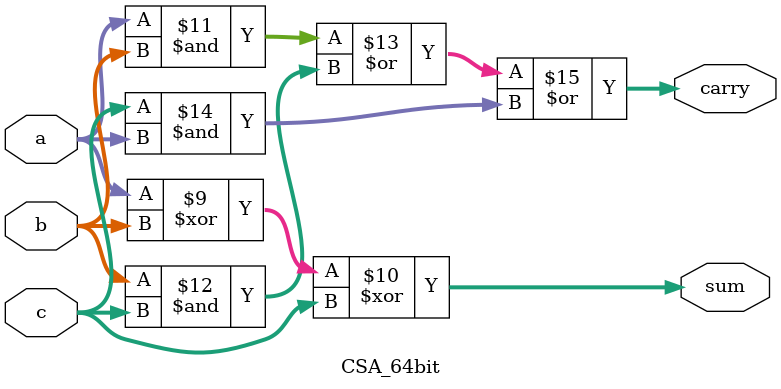
<source format=v>
module multiplier (
    input clk,
    input rst,
    input start,
    input [31:0] A,
    input [31:0] B,
    input [7:0] Physical_address_in,
    input [31:0] PC_in,
    output reg [63:0] Product,
    output reg done,
    output reg [7:0] Physical_address_out,
    output reg [31:0] PC_out
);
    reg [31:0] A_reg, B_reg;
    reg done_reg;
    reg [7:0] Physical_address_reg;
    reg [31:0] PC_reg;
    wire [63:0] partial_products[31:0];
    wire [63:0] stage1_sums[15:0], stage1_carries[15:0];
    wire [63:0] stage2_sums[7:0], stage2_carries[7:0];
    wire [63:0] stage3_sums[3:0], stage3_carries[3:0];
    wire [63:0] stage4_sums[1:0], stage4_carries[1:0];
    reg [63:0] stage4_sum_reg, stage4_carry_reg;
    integer j;
    genvar i;

    // A?? B 媛믪쓣 ?옒移?
    always @(posedge clk) begin
        if (rst) begin
            A_reg <= 0;
            B_reg <= 0;
            done_reg <= 0;
            Physical_address_reg <= 0;
            PC_reg <= 0;
        end else if (start) begin
            A_reg <= A;
            B_reg <= B;
            done_reg <= 1;
            Physical_address_reg <= Physical_address_in;
            PC_reg <= PC_in;
        end
        else begin
            A_reg <= 0;
            B_reg <= 0;
            done_reg <= 0;
            Physical_address_reg <= 0;
            PC_reg <= 0;
            end
    end

    // 遺?遺? 怨? ?깮?꽦
    generate
        for (i = 0; i < 32; i = i + 1) begin : gen_partial_products
            assign partial_products[i] = (B_reg[i]) ? ({32'd0, A_reg} << i) : 64'd0;
        end
    endgenerate

    // 1?떒怨?
    reg [63:0] stage1_sums_reg[15:0], stage1_carries_reg[15:0];
    reg stage1_done_reg;
    reg [7:0] stage1_Physical_address_reg;
    reg [31:0] stage1_PC_reg;
    generate
        for (i = 0; i < 16; i = i + 1) begin : stage1
            wire [63:0] pp0 = partial_products[2*i];
            wire [63:0] pp1 = partial_products[2*i+1];
            wire [63:0] sum, carry;
            CSA_64bit csa1 (.a(pp0), .b(pp1), .c(64'd0), .sum(sum), .carry(carry));
            assign stage1_sums[i] = sum;
            assign stage1_carries[i] = carry << 1;
        end
    endgenerate

    always @(posedge clk) begin
        if (rst) begin
            for (j = 0; j < 16; j = j + 1) begin
                stage1_sums_reg[j] <= 0;
                stage1_carries_reg[j] <= 0;
                stage1_done_reg <= 0;
                stage1_Physical_address_reg <= 0;
                stage1_PC_reg <= 0;
            end
        end else begin
            for (j = 0; j < 16; j = j + 1) begin
                stage1_sums_reg[j] <= stage1_sums[j];
                stage1_carries_reg[j] <= stage1_carries[j];
                stage1_done_reg <= done_reg;
                stage1_Physical_address_reg <= Physical_address_reg;
                stage1_PC_reg <= PC_reg;
            end
        end
    end

    // 2?떒怨?
    reg [63:0] stage2_sums_reg[7:0], stage2_carries_reg[7:0];
    reg stage2_done_reg;
    reg [7:0] stage2_Physical_address_reg;
    reg [31:0] stage2_PC_reg;
    
    generate
        for (i = 0; i < 8; i = i + 1) begin : stage2
            wire [63:0] sum, carry;
            wire [63:0] temp_sum, temp_carry;
            CSA_64bit csa2 (.a(stage1_sums_reg[2*i]), .b(stage1_sums_reg[2*i+1]), .c(stage1_carries_reg[2*i]), .sum(temp_sum), .carry(temp_carry));
            CSA_64bit csa2_carry (.a(temp_sum), .b(temp_carry<<1), .c(stage1_carries_reg[2*i+1]), .sum(sum), .carry(carry));
            assign stage2_sums[i] = sum;
            assign stage2_carries[i] = carry << 1;
        end
    endgenerate

    always @(posedge clk) begin
        if (rst) begin
            for (j = 0; j < 8; j = j + 1) begin
                stage2_sums_reg[j] <= 0;
                stage2_carries_reg[j] <= 0;
                stage2_done_reg <= 0;
                stage2_Physical_address_reg <= 0;
                stage2_PC_reg <= 0;
            end
        end else begin
            for (j = 0; j < 8; j = j + 1) begin
                stage2_sums_reg[j] <= stage2_sums[j];
                stage2_carries_reg[j] <= stage2_carries[j];
                stage2_done_reg <= stage1_done_reg;
                stage2_Physical_address_reg <= stage1_Physical_address_reg;
                stage2_PC_reg <= stage1_PC_reg;
            end
        end
    end

    // 3?떒怨?
    reg [63:0] stage3_sums_reg[3:0], stage3_carries_reg[3:0];
    reg stage3_done_reg;
    reg [7:0] stage3_Physical_address_reg;
    reg [31:0] stage3_PC_reg;
    
    generate
        for (i = 0; i < 4; i = i + 1) begin : stage3
            wire [63:0] sum, carry;
            wire [63:0] temp_sum, temp_carry;
            CSA_64bit csa3 (.a(stage2_sums_reg[2*i]), .b(stage2_sums_reg[2*i+1]), .c(stage2_carries_reg[2*i]), .sum(temp_sum), .carry(temp_carry));
            CSA_64bit csa3_carry (.a(temp_sum), .b(temp_carry<<1), .c(stage2_carries_reg[2*i+1]), .sum(sum), .carry(carry));
            assign stage3_sums[i] = sum;
            assign stage3_carries[i] = carry << 1;
        end
    endgenerate

    always @(posedge clk) begin
        if (rst) begin
            for (j = 0; j < 4; j = j + 1) begin
                stage3_sums_reg[j] <= 0;
                stage3_carries_reg[j] <= 0;
                stage3_done_reg <= 0;
                stage3_Physical_address_reg <= 0;
                stage3_PC_reg <= 0;
            end
        end else begin
            for (j = 0; j < 4; j = j + 1) begin
                stage3_sums_reg[j] <= stage3_sums[j];
                stage3_carries_reg[j] <= stage3_carries[j];
                stage3_done_reg <= stage2_done_reg;
                stage3_Physical_address_reg <= stage2_Physical_address_reg;
                stage3_PC_reg <= stage2_PC_reg;
            end
        end
    end

    // 4?떒怨?
    reg [63:0] stage4_sums_reg[1:0], stage4_carries_reg[1:0];
    reg stage4_done_reg;
    reg [7:0] stage4_Physical_address_reg;
    reg [31:0] stage4_PC_reg;
    generate
        for (i = 0; i < 2; i = i + 1) begin : stage4
            wire [63:0] sum, carry;
            wire [63:0] temp_sum, temp_carry;
            CSA_64bit csa4 (.a(stage3_sums_reg[2*i]), .b(stage3_sums_reg[2*i+1]), .c(stage3_carries_reg[2*i]), .sum(temp_sum), .carry(temp_carry));
            CSA_64bit csa4_carry (.a(temp_sum), .b(temp_carry<<1), .c(stage3_carries_reg[2*i+1]), .sum(sum), .carry(carry));
            assign stage4_sums[i] = sum;
            assign stage4_carries[i] = carry << 1;
        end
    endgenerate

    always @(posedge clk) begin
        if (rst) begin
            for (j = 0; j < 2; j = j + 1) begin
                stage4_sums_reg[j] <= 0;
                stage4_carries_reg[j] <= 0;
                stage4_done_reg <= 0;
            end
        end else begin
            for (j = 0; j < 2; j = j + 1) begin
                stage4_sums_reg[j] <= stage4_sums[j];
                stage4_carries_reg[j] <= stage4_carries[j];
                stage4_done_reg <= stage3_done_reg;
                stage4_Physical_address_reg <= stage3_Physical_address_reg;
                stage4_PC_reg <= stage3_PC_reg;
            end
        end
    end

    // 理쒖쥌 寃곌낵?? done ?떊?샇 ?뾽?뜲?씠?듃
    always @(posedge clk) begin
        if (rst) begin
            Product <= 0;
            done <= 0;
            Physical_address_out <= 0;
            PC_out <= 0;
            end    
            else begin      
            Product <= stage4_sums_reg[0] + stage4_sums_reg[1] + stage4_carries_reg[0] + stage4_carries_reg[1];
            done <= stage4_done_reg;
            Physical_address_out <= stage4_Physical_address_reg;
            PC_out <= stage4_PC_reg;
        end
    end
endmodule

// 64鍮꾪듃 CSA 紐⑤뱢 ?젙?쓽
module CSA_64bit (
    input [63:0] a,
    input [63:0] b,
    input [63:0] c,
    output [63:0] sum,
    output [63:0] carry
);
    assign sum = a ^ b ^ c;
    assign carry = (a & b) | (b & c) | (c & a);
endmodule

</source>
